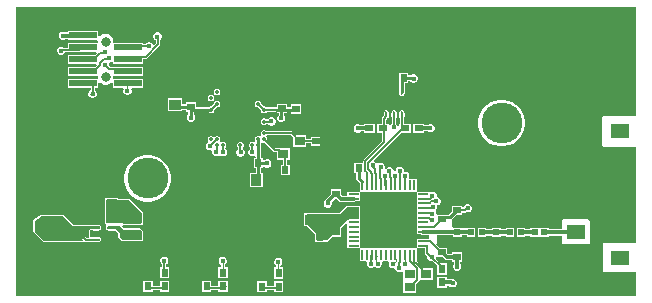
<source format=gtl>
G04*
G04 #@! TF.GenerationSoftware,Altium Limited,Altium Designer,22.8.2 (66)*
G04*
G04 Layer_Physical_Order=1*
G04 Layer_Color=255*
%FSLAX44Y44*%
%MOMM*%
G71*
G04*
G04 #@! TF.SameCoordinates,468F8AB8-D0D1-42F9-A28A-8A06B6F8ABAF*
G04*
G04*
G04 #@! TF.FilePolarity,Positive*
G04*
G01*
G75*
%ADD14C,0.1270*%
%ADD15C,0.1524*%
%ADD17R,0.9000X1.0000*%
%ADD18R,0.6000X0.6400*%
%ADD19C,0.3500*%
%ADD20R,1.0000X0.9000*%
%ADD21R,0.9000X0.8000*%
%ADD22R,0.6400X0.6000*%
%ADD23R,0.5500X0.5400*%
%ADD24R,0.5400X0.5500*%
%ADD25R,0.4800X0.5400*%
%ADD26R,0.6000X0.7500*%
%ADD27R,0.7500X0.6000*%
G04:AMPARAMS|DCode=28|XSize=0.5mm|YSize=0.25mm|CornerRadius=0.125mm|HoleSize=0mm|Usage=FLASHONLY|Rotation=270.000|XOffset=0mm|YOffset=0mm|HoleType=Round|Shape=RoundedRectangle|*
%AMROUNDEDRECTD28*
21,1,0.5000,0.0000,0,0,270.0*
21,1,0.2500,0.2500,0,0,270.0*
1,1,0.2500,0.0000,-0.1250*
1,1,0.2500,0.0000,0.1250*
1,1,0.2500,0.0000,0.1250*
1,1,0.2500,0.0000,-0.1250*
%
%ADD28ROUNDEDRECTD28*%
%ADD29R,1.5000X1.2000*%
%ADD31R,0.8600X0.2200*%
%ADD32R,0.2200X0.8600*%
G04:AMPARAMS|DCode=33|XSize=0.6mm|YSize=0.25mm|CornerRadius=0.05mm|HoleSize=0mm|Usage=FLASHONLY|Rotation=0.000|XOffset=0mm|YOffset=0mm|HoleType=Round|Shape=RoundedRectangle|*
%AMROUNDEDRECTD33*
21,1,0.6000,0.1500,0,0,0.0*
21,1,0.5000,0.2500,0,0,0.0*
1,1,0.1000,0.2500,-0.0750*
1,1,0.1000,-0.2500,-0.0750*
1,1,0.1000,-0.2500,0.0750*
1,1,0.1000,0.2500,0.0750*
%
%ADD33ROUNDEDRECTD33*%
%ADD34R,1.6000X0.6500*%
%ADD35R,2.4000X0.5600*%
%ADD46R,1.3500X0.6500*%
%ADD47R,4.4500X4.4500*%
%ADD49C,1.5240*%
%ADD52C,0.5000*%
%ADD53C,0.3534*%
%ADD54C,0.2032*%
%ADD55C,0.2540*%
%ADD56C,0.3048*%
%ADD57C,0.1016*%
%ADD58C,3.4544*%
%ADD59C,0.8128*%
%ADD60C,0.4500*%
G36*
X782821Y407246D02*
X755142D01*
X754364Y406924D01*
X754042Y406146D01*
Y382016D01*
X754364Y381238D01*
X755142Y380916D01*
X782821D01*
Y299550D01*
X755904D01*
X755126Y299228D01*
X754804Y298450D01*
Y275844D01*
X755126Y275066D01*
X755904Y274744D01*
X782821D01*
Y254769D01*
X257309D01*
Y499611D01*
X782821D01*
Y407246D01*
D02*
G37*
%LPC*%
G36*
X327468Y479050D02*
X301436D01*
Y477697D01*
X299695D01*
X299428Y477964D01*
X298134Y478500D01*
X296734D01*
X295440Y477964D01*
X294450Y476974D01*
X293914Y475680D01*
Y474280D01*
X294450Y472986D01*
X295440Y471996D01*
X296734Y471460D01*
X298134D01*
X299428Y471996D01*
X299949Y472517D01*
X301436D01*
Y471418D01*
X326447D01*
X326938Y470778D01*
Y469050D01*
X326815Y468890D01*
X301436D01*
Y464592D01*
X298576D01*
X297904Y465264D01*
X296610Y465800D01*
X295210D01*
X293916Y465264D01*
X292926Y464274D01*
X292390Y462980D01*
Y461580D01*
X292926Y460286D01*
X293916Y459296D01*
X295210Y458760D01*
X296610D01*
X297904Y459296D01*
X298894Y460286D01*
X299283Y461226D01*
X311017D01*
X311180Y461258D01*
X325819D01*
X326345Y459988D01*
X325087Y458730D01*
X301436D01*
Y451098D01*
X325819D01*
X326345Y449828D01*
X325087Y448570D01*
X301436D01*
Y440938D01*
X326815D01*
X326938Y440778D01*
Y439050D01*
X326447Y438410D01*
X301436D01*
Y430778D01*
X320897D01*
Y428817D01*
X320586Y428688D01*
X319596Y427698D01*
X319060Y426404D01*
Y425004D01*
X319596Y423710D01*
X320586Y422720D01*
X321880Y422184D01*
X323280D01*
X324574Y422720D01*
X325564Y423710D01*
X326100Y425004D01*
Y426404D01*
X325564Y427698D01*
X324574Y428688D01*
X324263Y428817D01*
Y430778D01*
X327468D01*
Y434869D01*
X328738Y435395D01*
X329472Y434661D01*
X330968Y433797D01*
X332638Y433350D01*
X334366D01*
X336036Y433797D01*
X337532Y434661D01*
X338266Y435395D01*
X339536Y434869D01*
Y430778D01*
X347941D01*
X348758Y429508D01*
X348524Y428944D01*
Y427544D01*
X349060Y426250D01*
X350050Y425260D01*
X351344Y424724D01*
X352744D01*
X354038Y425260D01*
X355028Y426250D01*
X355564Y427544D01*
Y428944D01*
X355330Y429508D01*
X356147Y430778D01*
X365568D01*
Y438410D01*
X340557D01*
X340066Y439050D01*
Y440778D01*
X340189Y440938D01*
X365568D01*
Y448570D01*
X350550D01*
X350387Y448602D01*
X337817D01*
X336768Y449388D01*
Y450788D01*
X336727Y450886D01*
X336742Y452156D01*
X337365Y452414D01*
X338036Y452692D01*
X338266Y452922D01*
X339536Y452396D01*
Y451098D01*
X365568D01*
Y455396D01*
X367360D01*
X368004Y455524D01*
X368550Y455889D01*
X379142Y466481D01*
X379507Y467027D01*
X379635Y467671D01*
Y471450D01*
X380428Y472243D01*
X380964Y473537D01*
Y474937D01*
X380428Y476231D01*
X379438Y477221D01*
X378144Y477757D01*
X376744D01*
X375450Y477221D01*
X374460Y476231D01*
X373924Y474937D01*
Y473537D01*
X374460Y472243D01*
X375450Y471253D01*
X376269Y470914D01*
Y468368D01*
X375022Y467121D01*
X373524Y467419D01*
X373316Y467921D01*
X372326Y468911D01*
X371032Y469447D01*
X369632D01*
X368338Y468911D01*
X367348Y467921D01*
X367219Y467610D01*
X365568D01*
Y468890D01*
X340189D01*
X340066Y469050D01*
Y470778D01*
X339619Y472448D01*
X338755Y473944D01*
X337532Y475167D01*
X336036Y476031D01*
X334366Y476478D01*
X332638D01*
X330968Y476031D01*
X329472Y475167D01*
X328738Y474433D01*
X327468Y474959D01*
Y479050D01*
D02*
G37*
G36*
X589848Y443580D02*
X581816D01*
Y435148D01*
X582039D01*
Y427430D01*
X582019Y427330D01*
X582040Y427228D01*
Y426080D01*
X582215Y425196D01*
X582716Y424446D01*
X583466Y423946D01*
X584350Y423770D01*
X585234Y423946D01*
X585984Y424446D01*
X586484Y425196D01*
X586660Y426080D01*
Y427147D01*
X586701Y427350D01*
Y435148D01*
X589848D01*
Y436680D01*
X591369D01*
X591376Y436664D01*
X592366Y435674D01*
X593660Y435138D01*
X595060D01*
X596354Y435674D01*
X597344Y436664D01*
X597880Y437958D01*
Y439358D01*
X597344Y440652D01*
X596354Y441642D01*
X595060Y442178D01*
X593660D01*
X592366Y441642D01*
X592066Y441342D01*
X589848D01*
Y443580D01*
D02*
G37*
G36*
X428323Y430032D02*
X427222D01*
X426206Y429611D01*
X425428Y428833D01*
X425006Y427816D01*
Y426716D01*
X425428Y425699D01*
X426206Y424921D01*
X427222Y424500D01*
X428323D01*
X429339Y424921D01*
X430117Y425699D01*
X430538Y426716D01*
Y427816D01*
X430117Y428833D01*
X429339Y429611D01*
X428323Y430032D01*
D02*
G37*
G36*
X423323Y425032D02*
X422222D01*
X421206Y424611D01*
X420428Y423833D01*
X420006Y422816D01*
Y421716D01*
X420428Y420699D01*
X421206Y419921D01*
X422222Y419500D01*
X423323D01*
X424339Y419921D01*
X425117Y420699D01*
X425538Y421716D01*
Y422816D01*
X425117Y423833D01*
X424339Y424611D01*
X423323Y425032D01*
D02*
G37*
G36*
X398192Y421930D02*
X386160D01*
Y410898D01*
X398192D01*
Y412369D01*
X401930D01*
Y410684D01*
X403688D01*
Y408412D01*
X402908Y407632D01*
X402372Y406338D01*
Y404938D01*
X402908Y403644D01*
X403898Y402654D01*
X405192Y402118D01*
X406592D01*
X407886Y402654D01*
X408876Y403644D01*
X409412Y404938D01*
Y406338D01*
X408876Y407632D01*
X408350Y408158D01*
Y409582D01*
X408780Y409935D01*
X421192D01*
X421206Y409921D01*
X422222Y409500D01*
X423323D01*
X424339Y409921D01*
X425117Y410699D01*
X425538Y411716D01*
Y412468D01*
X427570Y414500D01*
X428323D01*
X429339Y414921D01*
X430117Y415699D01*
X430538Y416716D01*
Y417816D01*
X430117Y418833D01*
X429339Y419611D01*
X428323Y420032D01*
X427222D01*
X426206Y419611D01*
X425428Y418833D01*
X425006Y417816D01*
Y417064D01*
X422975Y415032D01*
X422222D01*
X421206Y414611D01*
X421192Y414597D01*
X410362D01*
Y418716D01*
X401930D01*
Y417031D01*
X398192D01*
Y421930D01*
D02*
G37*
G36*
X463323Y420032D02*
X462222D01*
X461206Y419611D01*
X460428Y418833D01*
X460006Y417816D01*
Y416716D01*
X460428Y415699D01*
X461206Y414921D01*
X462222Y414500D01*
X462975D01*
X465006Y412468D01*
Y411716D01*
X465428Y410699D01*
X466206Y409921D01*
X467222Y409500D01*
X468323D01*
X469339Y409921D01*
X470055Y410637D01*
X476198D01*
X476708Y410296D01*
X477600Y410119D01*
X478384D01*
Y409414D01*
X480108D01*
X480128Y408144D01*
X479362Y407378D01*
X478826Y406084D01*
Y404684D01*
X479362Y403390D01*
X480352Y402400D01*
X481646Y401864D01*
X483046D01*
X484340Y402400D01*
X485330Y403390D01*
X485866Y404684D01*
Y406084D01*
X485330Y407378D01*
X484804Y407904D01*
Y409414D01*
X486816D01*
Y410119D01*
X490576D01*
Y409070D01*
X499008D01*
Y417102D01*
X490576D01*
Y414781D01*
X486816D01*
Y417446D01*
X478384D01*
Y414781D01*
X477600D01*
X476708Y414603D01*
X476198Y414263D01*
X469688D01*
X469339Y414611D01*
X468323Y415032D01*
X467570D01*
X465538Y417064D01*
Y417816D01*
X465117Y418833D01*
X464339Y419611D01*
X463323Y420032D01*
D02*
G37*
G36*
X474664Y405856D02*
X473264D01*
X471970Y405320D01*
X470980Y404330D01*
X469663Y404287D01*
X469339Y404611D01*
X468323Y405032D01*
X467222D01*
X466206Y404611D01*
X465428Y403833D01*
X465006Y402816D01*
Y401716D01*
X465428Y400699D01*
X466206Y399921D01*
X467222Y399500D01*
X468323D01*
X469339Y399921D01*
X469692Y400274D01*
X470980Y400342D01*
X471970Y399352D01*
X473264Y398816D01*
X474664D01*
X475958Y399352D01*
X476948Y400342D01*
X477484Y401636D01*
Y403036D01*
X476948Y404330D01*
X475958Y405320D01*
X474664Y405856D01*
D02*
G37*
G36*
X561626Y400510D02*
X552094D01*
Y399084D01*
X549504D01*
X549110Y399478D01*
X547816Y400014D01*
X546416D01*
X545122Y399478D01*
X544132Y398488D01*
X543596Y397194D01*
Y395794D01*
X544132Y394500D01*
X545122Y393510D01*
X546416Y392974D01*
X547816D01*
X549110Y393510D01*
X549504Y393904D01*
X552094D01*
Y392478D01*
X561626D01*
Y400510D01*
D02*
G37*
G36*
X584350Y411890D02*
X583466Y411715D01*
X582716Y411214D01*
X582215Y410464D01*
X582040Y409580D01*
Y407080D01*
X582215Y406196D01*
X582667Y405521D01*
Y400510D01*
X582320D01*
Y398116D01*
X581116Y397956D01*
X580580Y399250D01*
X579590Y400240D01*
X579406Y400316D01*
Y405395D01*
X579484Y405446D01*
X579985Y406196D01*
X580160Y407080D01*
Y409580D01*
X579985Y410464D01*
X579484Y411214D01*
X578734Y411715D01*
X577850Y411890D01*
X576966Y411715D01*
X576216Y411214D01*
X575715Y410464D01*
X575540Y409580D01*
Y407080D01*
X575715Y406196D01*
X576040Y405711D01*
Y400421D01*
X575602Y400240D01*
X574612Y399250D01*
X574396Y398729D01*
X573126Y398981D01*
Y400510D01*
X570643D01*
Y403993D01*
X571438Y404787D01*
X572234Y404945D01*
X572984Y405446D01*
X573484Y406196D01*
X573660Y407080D01*
Y409580D01*
X573484Y410464D01*
X572984Y411214D01*
X572234Y411715D01*
X571350Y411890D01*
X570466Y411715D01*
X569716Y411214D01*
X569216Y410464D01*
X569040Y409580D01*
Y407150D01*
X567770Y405880D01*
X567405Y405334D01*
X567277Y404690D01*
Y400510D01*
X563594D01*
Y392478D01*
X567277D01*
Y385253D01*
X552299Y370275D01*
X551934Y369729D01*
X551806Y369085D01*
Y367436D01*
X543944D01*
Y359004D01*
X545629D01*
Y354090D01*
X545807Y353198D01*
X546312Y352442D01*
X548814Y349940D01*
Y344180D01*
X548814Y343026D01*
X547660Y343026D01*
X538264D01*
Y339500D01*
X533723D01*
X532536Y340686D01*
Y345056D01*
X524104D01*
Y340686D01*
X520067Y336650D01*
X519506Y335810D01*
X519495Y335755D01*
X518637Y334897D01*
X518101Y333603D01*
Y332203D01*
X518637Y330909D01*
X519627Y329919D01*
X520921Y329383D01*
X522321D01*
X523615Y329919D01*
X524605Y330909D01*
X525141Y332203D01*
Y333603D01*
X524908Y334165D01*
X527766Y337024D01*
X528873D01*
X530819Y335079D01*
X531659Y334517D01*
X532650Y334320D01*
X543580D01*
X544571Y334517D01*
X544985Y334794D01*
X548896D01*
Y341790D01*
X548896Y342944D01*
X550050Y342944D01*
X595810D01*
X596964Y342944D01*
X596964Y341790D01*
Y330794D01*
Y318794D01*
Y306794D01*
X600437D01*
X601194Y306288D01*
X602280Y306072D01*
X607483D01*
X607484Y306070D01*
Y303026D01*
X596964D01*
Y296030D01*
X596964Y294876D01*
X595810Y294876D01*
X550050D01*
X548896Y294876D01*
X548896Y296030D01*
Y310794D01*
Y319843D01*
X548978Y320040D01*
Y329946D01*
X548896Y330143D01*
Y331026D01*
X547926D01*
X547878Y331046D01*
X537718D01*
X536940Y330724D01*
X531166Y324950D01*
X504444D01*
X504068Y324794D01*
X501222D01*
Y313762D01*
X504341D01*
X510710Y307393D01*
Y301752D01*
X510924Y301236D01*
Y300584D01*
X518956D01*
Y300652D01*
X520954D01*
X521732Y300974D01*
X525351Y304594D01*
X532536D01*
Y305368D01*
X532722Y305816D01*
Y311710D01*
X537091Y316079D01*
X538264Y315593D01*
Y306794D01*
Y294794D01*
X547660D01*
X548814Y294794D01*
X548814Y293640D01*
Y284244D01*
X554062D01*
X554910Y282974D01*
X554772Y282640D01*
Y281240D01*
X555308Y279946D01*
X556298Y278956D01*
X557592Y278420D01*
X558992D01*
X560286Y278956D01*
X561210Y279880D01*
X562068Y279023D01*
X563361Y278487D01*
X564762D01*
X566055Y279023D01*
X567046Y280013D01*
X567582Y281307D01*
Y282707D01*
X567471Y282974D01*
X568320Y284244D01*
X573009D01*
X573663Y282974D01*
X573314Y282132D01*
Y280732D01*
X573850Y279438D01*
X574840Y278448D01*
X576134Y277912D01*
X577534D01*
X578673Y277009D01*
X578930Y276390D01*
X579920Y275400D01*
X581214Y274864D01*
X582614D01*
X583908Y275400D01*
X584130Y275622D01*
X585400Y275096D01*
Y267946D01*
X585400Y267946D01*
Y266978D01*
X585400D01*
X585400Y266676D01*
Y256946D01*
X596432D01*
Y264851D01*
X598511Y266931D01*
X598571Y267020D01*
X599400Y267946D01*
X610432D01*
Y277978D01*
X602860D01*
X602860Y277979D01*
X602495Y278525D01*
X600934Y280087D01*
X600797Y280291D01*
X598491Y282597D01*
X598287Y282734D01*
X597730Y283290D01*
X597046Y284244D01*
X597046D01*
X597046Y284244D01*
Y293640D01*
X597046Y294794D01*
X598200Y294794D01*
X604262D01*
Y290825D01*
X604390Y290181D01*
X604755Y289635D01*
X606104Y288286D01*
X606080Y288228D01*
Y286828D01*
X606616Y285534D01*
X607606Y284544D01*
X608900Y284008D01*
X610300D01*
X610358Y284032D01*
X614474Y279915D01*
Y272764D01*
X622506D01*
Y282296D01*
X616855D01*
X613125Y286026D01*
X613178Y286227D01*
X613632Y287338D01*
X614415Y287494D01*
X614415Y287494D01*
X619044D01*
X620669Y285869D01*
X621509Y285307D01*
X622500Y285110D01*
X626974D01*
Y283684D01*
X628600D01*
Y281788D01*
X628206Y281394D01*
X627670Y280100D01*
Y278700D01*
X628206Y277406D01*
X629196Y276416D01*
X630490Y275880D01*
X631890D01*
X633184Y276416D01*
X634174Y277406D01*
X634710Y278700D01*
Y280100D01*
X634174Y281394D01*
X633780Y281788D01*
Y283684D01*
X635406D01*
Y291716D01*
X626974D01*
Y290290D01*
X623573D01*
X622706Y291157D01*
Y295526D01*
X616706D01*
X616506Y295566D01*
X616506Y295566D01*
X616333D01*
X613560Y298339D01*
X613680Y298942D01*
X614002Y299720D01*
Y306070D01*
X614003Y306072D01*
X627474D01*
Y304844D01*
X634906D01*
Y306072D01*
X639884D01*
Y304894D01*
X646716D01*
Y312326D01*
X639884D01*
Y311748D01*
X634906D01*
Y312376D01*
X628129D01*
X627474Y312376D01*
X626956Y313431D01*
Y318516D01*
X626634Y319294D01*
X627401Y320185D01*
X630270Y323054D01*
X635406D01*
Y324998D01*
X637552D01*
X637552Y324998D01*
X638345Y325156D01*
X638976Y325577D01*
X639380Y325410D01*
X640780D01*
X642074Y325946D01*
X643064Y326936D01*
X643600Y328230D01*
Y329630D01*
X643064Y330924D01*
X642074Y331914D01*
X640780Y332450D01*
X639380D01*
X638086Y331914D01*
X637096Y330924D01*
X636676Y329910D01*
X635406Y330163D01*
Y331086D01*
X626974D01*
Y326350D01*
X624134Y323511D01*
X620220D01*
X619995Y323466D01*
X614801D01*
X614237Y323524D01*
X613628Y324468D01*
Y324986D01*
X613092Y326280D01*
X613224Y327929D01*
X613351Y328056D01*
X613887Y329350D01*
Y330750D01*
X614253Y331299D01*
X614315D01*
X615609Y331835D01*
X616599Y332825D01*
X617135Y334119D01*
Y335519D01*
X616599Y336813D01*
X615609Y337803D01*
X614315Y338339D01*
X614084D01*
X613771Y338807D01*
Y340207D01*
X613236Y341501D01*
X612245Y342491D01*
X610952Y343027D01*
X609551D01*
X608866Y342743D01*
X607596Y343026D01*
Y343026D01*
X607596Y343026D01*
X598200D01*
X597046Y343026D01*
X597046Y344180D01*
Y353576D01*
X590936D01*
X590267Y354846D01*
X590605Y355662D01*
Y357062D01*
X590069Y358356D01*
X589079Y359346D01*
X587785Y359882D01*
X586385D01*
X586066Y361055D01*
Y361278D01*
X585531Y362572D01*
X584540Y363562D01*
X583247Y364098D01*
X581846D01*
X580553Y363562D01*
X579562Y362572D01*
X579026Y361278D01*
Y360479D01*
X578407Y360277D01*
X577306Y360872D01*
X576770Y362166D01*
X575780Y363156D01*
X574486Y363692D01*
X573086D01*
X571792Y363156D01*
X571054Y362418D01*
X570802Y362166D01*
X569704Y362728D01*
X569889Y363173D01*
Y364573D01*
X569353Y365867D01*
X568363Y366857D01*
X567069Y367393D01*
X565669D01*
X564375Y366857D01*
X564208Y366690D01*
X562963Y366938D01*
X562914Y367055D01*
X561924Y368045D01*
X561051Y368407D01*
X560603Y369755D01*
X583327Y392478D01*
X591852D01*
Y400510D01*
X586033D01*
Y405521D01*
X586484Y406196D01*
X586660Y407080D01*
Y409580D01*
X586484Y410464D01*
X585984Y411214D01*
X585234Y411715D01*
X584350Y411890D01*
D02*
G37*
G36*
X603352Y400510D02*
X593820D01*
Y392478D01*
X603352D01*
Y394031D01*
X606323D01*
X606590Y393764D01*
X607884Y393228D01*
X609284D01*
X610578Y393764D01*
X611568Y394754D01*
X612104Y396048D01*
Y397448D01*
X611568Y398742D01*
X610578Y399732D01*
X609284Y400268D01*
X607884D01*
X606590Y399732D01*
X606069Y399211D01*
X603352D01*
Y400510D01*
D02*
G37*
G36*
X428323Y390032D02*
X427222D01*
X426206Y389611D01*
X426102Y389507D01*
X425272Y388939D01*
X424443Y389507D01*
X424339Y389611D01*
X423323Y390032D01*
X422222D01*
X421206Y389611D01*
X420428Y388833D01*
X420006Y387816D01*
Y386716D01*
X420291Y386029D01*
X419982Y384526D01*
X419900Y384492D01*
X418910Y383502D01*
X418374Y382208D01*
Y380808D01*
X418910Y379514D01*
X419900Y378524D01*
X421194Y377988D01*
X422594D01*
X422742Y378049D01*
X423754Y377174D01*
Y375774D01*
X424290Y374480D01*
X425280Y373490D01*
X426574Y372954D01*
X427974D01*
X429268Y373490D01*
X430139Y374361D01*
X431050Y373450D01*
X432344Y372914D01*
X433744D01*
X435038Y373450D01*
X436028Y374440D01*
X436564Y375734D01*
Y377134D01*
X436028Y378428D01*
X435038Y379418D01*
X435116Y380673D01*
X435139Y380751D01*
X435538Y381716D01*
Y382816D01*
X435117Y383833D01*
X434339Y384611D01*
X433323Y385032D01*
X432222D01*
X431206Y384611D01*
X431102Y384507D01*
X430953Y384406D01*
X430768Y384450D01*
X430320Y385131D01*
X430170Y385827D01*
X430538Y386716D01*
Y387816D01*
X430117Y388833D01*
X429339Y389611D01*
X428323Y390032D01*
D02*
G37*
G36*
X468323Y395032D02*
X467222D01*
X466206Y394611D01*
X465428Y393833D01*
X465006Y392816D01*
Y391716D01*
X465428Y390699D01*
X465531Y390596D01*
X465633Y390447D01*
X465589Y390262D01*
X464907Y389813D01*
X464212Y389664D01*
X463323Y390032D01*
X462222D01*
X461206Y389611D01*
X460428Y388833D01*
X460006Y387816D01*
Y386716D01*
X460254Y386118D01*
X459671Y384959D01*
X459524Y384815D01*
X459172Y384680D01*
X458323Y385032D01*
X457222D01*
X456206Y384611D01*
X455428Y383833D01*
X455006Y382816D01*
Y381716D01*
X455428Y380699D01*
X455450Y380677D01*
X455714Y379412D01*
X454724Y378422D01*
X454188Y377128D01*
Y375728D01*
X454724Y374434D01*
X455714Y373444D01*
X457008Y372908D01*
X458408D01*
X459220Y373245D01*
X460490Y372573D01*
Y371246D01*
X458854D01*
Y362814D01*
X460539D01*
Y359076D01*
X455640D01*
Y347044D01*
X466672D01*
Y359076D01*
X465201D01*
Y362814D01*
X466886D01*
Y363524D01*
X468156Y364050D01*
X468414Y363792D01*
X469708Y363256D01*
X471108D01*
X472402Y363792D01*
X473392Y364782D01*
X473928Y366076D01*
Y367476D01*
X473392Y368770D01*
X472402Y369760D01*
X471108Y370296D01*
X469708D01*
X468414Y369760D01*
X468156Y369502D01*
X466886Y369881D01*
Y371246D01*
X465152D01*
Y380783D01*
X465538Y381716D01*
Y382816D01*
X465291Y383414D01*
X465874Y384572D01*
X466021Y384717D01*
X466373Y384852D01*
X467222Y384500D01*
X468158D01*
X475403Y377255D01*
X475949Y376890D01*
X476594Y376762D01*
X478354D01*
Y370064D01*
X484137D01*
Y365658D01*
X481804D01*
Y357226D01*
X489836D01*
Y365658D01*
X487503D01*
Y370064D01*
X489386D01*
Y380096D01*
X480238D01*
X480075Y380128D01*
X477291D01*
X470538Y386881D01*
Y387816D01*
X470117Y388833D01*
X470014Y388936D01*
X469636Y389488D01*
X470300Y390583D01*
X490487D01*
X492354Y388715D01*
Y381064D01*
X503386D01*
Y384397D01*
X507086D01*
Y381384D01*
X515518D01*
Y389416D01*
X507086D01*
Y387763D01*
X503386D01*
Y391096D01*
X494735D01*
X492374Y393456D01*
X491828Y393821D01*
X491184Y393949D01*
X470001D01*
X469339Y394611D01*
X468323Y395032D01*
D02*
G37*
G36*
X670729Y420838D02*
X666835D01*
X663015Y420078D01*
X659417Y418588D01*
X656178Y416424D01*
X653424Y413670D01*
X651260Y410432D01*
X649770Y406833D01*
X649010Y403013D01*
Y399119D01*
X649770Y395299D01*
X651260Y391701D01*
X653424Y388462D01*
X656178Y385708D01*
X659417Y383544D01*
X663015Y382054D01*
X666835Y381294D01*
X670729D01*
X674549Y382054D01*
X678148Y383544D01*
X681386Y385708D01*
X684140Y388462D01*
X686304Y391701D01*
X687794Y395299D01*
X688554Y399119D01*
Y403013D01*
X687794Y406833D01*
X686304Y410432D01*
X684140Y413670D01*
X681386Y416424D01*
X678148Y418588D01*
X674549Y420078D01*
X670729Y420838D01*
D02*
G37*
G36*
X448323Y385032D02*
X447222D01*
X446206Y384611D01*
X445428Y383833D01*
X445006Y382816D01*
Y381716D01*
X445428Y380699D01*
X445673Y380454D01*
X445808Y379158D01*
X444818Y378168D01*
X444282Y376874D01*
Y375474D01*
X444818Y374180D01*
X445808Y373190D01*
X447102Y372654D01*
X448502D01*
X449796Y373190D01*
X450786Y374180D01*
X451322Y375474D01*
Y376874D01*
X450786Y378168D01*
X449796Y379158D01*
X449884Y380466D01*
X450117Y380699D01*
X450538Y381716D01*
Y382816D01*
X450117Y383833D01*
X449339Y384611D01*
X448323Y385032D01*
D02*
G37*
G36*
X371009Y373848D02*
X367115D01*
X363295Y373088D01*
X359697Y371598D01*
X356458Y369434D01*
X353704Y366680D01*
X351540Y363442D01*
X350050Y359843D01*
X349290Y356023D01*
Y352129D01*
X350050Y348309D01*
X351540Y344711D01*
X353704Y341472D01*
X356458Y338718D01*
X359697Y336554D01*
X363295Y335064D01*
X367115Y334304D01*
X371009D01*
X374829Y335064D01*
X378428Y336554D01*
X381666Y338718D01*
X384420Y341472D01*
X386584Y344711D01*
X388074Y348309D01*
X388834Y352129D01*
Y356023D01*
X388074Y359843D01*
X386584Y363442D01*
X384420Y366680D01*
X381666Y369434D01*
X378428Y371598D01*
X374829Y373088D01*
X371009Y373848D01*
D02*
G37*
G36*
X742188Y319362D02*
X721106D01*
X720328Y319040D01*
X720006Y318262D01*
Y312166D01*
X719526Y311448D01*
X708616D01*
Y312326D01*
X702086D01*
X701084Y312326D01*
X699814Y312326D01*
X693284D01*
Y311448D01*
X688536D01*
Y312326D01*
X681704D01*
Y304894D01*
X688536D01*
Y305772D01*
X693284D01*
Y304894D01*
X699814D01*
X700816Y304894D01*
X702086Y304894D01*
X708616D01*
Y305772D01*
X719696D01*
X720006Y305308D01*
Y299720D01*
X720328Y298942D01*
X721106Y298620D01*
X742188D01*
X742966Y298942D01*
X743288Y299720D01*
Y318262D01*
X742966Y319040D01*
X742188Y319362D01*
D02*
G37*
G36*
X679736Y312326D02*
X672904D01*
Y311448D01*
X667926D01*
Y312286D01*
X660494D01*
Y311448D01*
X655516D01*
Y312326D01*
X648684D01*
Y304894D01*
X655516D01*
Y305772D01*
X660494D01*
Y304754D01*
X667926D01*
Y305772D01*
X672904D01*
Y304894D01*
X679736D01*
Y312326D01*
D02*
G37*
G36*
X297688Y323426D02*
X279618Y323426D01*
X279332Y323307D01*
X279027Y323254D01*
X272968Y319398D01*
X272896Y319295D01*
X272780Y319247D01*
X272662Y318962D01*
X272484Y318708D01*
X272506Y318585D01*
X272458Y318470D01*
Y309118D01*
X272780Y308340D01*
X280908Y300212D01*
X281686Y299890D01*
X313931Y299890D01*
X314133Y299974D01*
X314352D01*
X314507Y300129D01*
X314709Y300212D01*
X314725Y300252D01*
X314745Y300275D01*
X315624Y300723D01*
X316074Y300825D01*
X316718Y300697D01*
X321724D01*
X321818Y300470D01*
X322978Y299989D01*
X327978D01*
X329138Y300470D01*
X329619Y301630D01*
Y303130D01*
X329138Y304290D01*
X327978Y304771D01*
X322978D01*
X321818Y304290D01*
X320632Y304746D01*
Y309932D01*
X320750Y310050D01*
X322830D01*
X322978Y309989D01*
X327978D01*
X328126Y310050D01*
X328168D01*
X328946Y310372D01*
X328975Y310402D01*
X329138Y310470D01*
X329619Y311630D01*
Y313130D01*
X329522Y313365D01*
Y313690D01*
X329200Y314468D01*
X328422Y314790D01*
X306779D01*
X305868Y315702D01*
X305539Y315837D01*
X305404Y316166D01*
X298466Y323104D01*
X297688Y323426D01*
D02*
G37*
G36*
X572930Y320723D02*
X572236Y320585D01*
X571648Y320192D01*
X571255Y319604D01*
X571117Y318910D01*
X571255Y318216D01*
X571648Y317628D01*
X585648Y303628D01*
X586236Y303235D01*
X586930Y303097D01*
X587624Y303235D01*
X588212Y303628D01*
X588605Y304216D01*
X588743Y304910D01*
X588605Y305604D01*
X588212Y306192D01*
X574212Y320192D01*
X573624Y320585D01*
X572930Y320723D01*
D02*
G37*
G36*
X344244Y337232D02*
X333212D01*
Y335649D01*
X333164Y335534D01*
Y316230D01*
X333486Y315452D01*
X333728Y315352D01*
X334260Y314744D01*
X334253Y313865D01*
X334180Y313690D01*
Y311150D01*
X334502Y310372D01*
X335280Y310050D01*
X335830D01*
X335978Y309989D01*
X340978D01*
X341126Y310050D01*
X341936D01*
X344340Y307647D01*
Y304292D01*
X344662Y303514D01*
X346948Y301228D01*
X347726Y300906D01*
X364236D01*
X365014Y301228D01*
X365086Y301404D01*
X365124D01*
Y301495D01*
X365336Y302006D01*
Y309118D01*
X365124Y309629D01*
Y309936D01*
X364973D01*
X363490Y311420D01*
X362712Y311742D01*
X349451D01*
X347559Y313634D01*
X348085Y314904D01*
X365124D01*
Y315719D01*
X365336Y316230D01*
Y324612D01*
X365014Y325390D01*
X354092Y336312D01*
X353314Y336634D01*
X344244D01*
Y337232D01*
D02*
G37*
G36*
X433516Y287746D02*
X432116D01*
X430822Y287210D01*
X429832Y286220D01*
X429296Y284926D01*
Y283526D01*
X429832Y282232D01*
X430822Y281242D01*
X431166Y281099D01*
Y278994D01*
X429054D01*
Y269462D01*
X437086D01*
Y278994D01*
X434466D01*
Y281099D01*
X434810Y281242D01*
X435800Y282232D01*
X436336Y283526D01*
Y284926D01*
X435800Y286220D01*
X434810Y287210D01*
X433516Y287746D01*
D02*
G37*
G36*
X383986Y288000D02*
X382586D01*
X381292Y287464D01*
X380302Y286474D01*
X379766Y285180D01*
Y283780D01*
X380302Y282486D01*
X381292Y281496D01*
X381603Y281367D01*
Y278994D01*
X379524D01*
Y269462D01*
X387556D01*
Y278994D01*
X384969D01*
Y281367D01*
X385280Y281496D01*
X386270Y282486D01*
X386806Y283780D01*
Y285180D01*
X386270Y286474D01*
X385280Y287464D01*
X383986Y288000D01*
D02*
G37*
G36*
X480506Y286984D02*
X479106D01*
X477812Y286448D01*
X476822Y285458D01*
X476286Y284164D01*
Y282764D01*
X476822Y281470D01*
X477812Y280480D01*
X478156Y280337D01*
Y278740D01*
X476044D01*
Y269208D01*
X484076D01*
Y278740D01*
X481456D01*
Y280337D01*
X481800Y280480D01*
X482790Y281470D01*
X483326Y282764D01*
Y284164D01*
X482790Y285458D01*
X481800Y286448D01*
X480506Y286984D01*
D02*
G37*
G36*
X484076Y267240D02*
X476044D01*
Y262633D01*
X470106D01*
Y267240D01*
X462074D01*
Y257708D01*
X470106D01*
Y259267D01*
X476044D01*
Y257708D01*
X484076D01*
Y267240D01*
D02*
G37*
G36*
X437086Y267494D02*
X429054D01*
Y262633D01*
X423116D01*
Y267494D01*
X415084D01*
Y257962D01*
X423116D01*
Y259267D01*
X429054D01*
Y257962D01*
X437086D01*
Y267494D01*
D02*
G37*
G36*
X387556D02*
X379524D01*
Y262633D01*
X373586D01*
Y267494D01*
X365554D01*
Y257962D01*
X373586D01*
Y259267D01*
X379524D01*
Y257962D01*
X387556D01*
Y267494D01*
D02*
G37*
G36*
X622506Y270796D02*
X614474D01*
Y261264D01*
X622506D01*
Y263440D01*
X624394D01*
X624396Y263436D01*
X625386Y262446D01*
X626680Y261910D01*
X628080D01*
X629374Y262446D01*
X630364Y263436D01*
X630900Y264730D01*
Y266130D01*
X630364Y267424D01*
X629374Y268414D01*
X628080Y268950D01*
X626680D01*
X625883Y268620D01*
X622506D01*
Y270796D01*
D02*
G37*
%LPD*%
G36*
X547878Y320294D02*
Y320040D01*
X539496D01*
X538482Y319026D01*
X538264D01*
Y318808D01*
X531622Y312166D01*
Y305816D01*
X525018D01*
X520954Y301752D01*
X511810D01*
Y307848D01*
X503936Y315722D01*
Y323342D01*
X504444Y323850D01*
X531622D01*
X537718Y329946D01*
X547878D01*
Y320294D01*
D02*
G37*
G36*
X304626Y315388D02*
Y314924D01*
X305090D01*
X306324Y313690D01*
X328422D01*
Y311404D01*
X328168Y311150D01*
X320294D01*
X319532Y310388D01*
Y304292D01*
X319303Y304063D01*
X317415D01*
X313356Y308122D01*
X312810Y308487D01*
X312166Y308615D01*
X311909Y308564D01*
X311794Y308641D01*
X311150Y308769D01*
X310506Y308641D01*
X309960Y308276D01*
X309595Y307730D01*
X309467Y307086D01*
Y306932D01*
X309595Y306288D01*
X309960Y305742D01*
X310506Y305377D01*
X311150Y305249D01*
X311416Y305301D01*
X314457Y302260D01*
X313931Y300990D01*
X281686Y300990D01*
X273558Y309118D01*
Y318470D01*
X279618Y322326D01*
X297688Y322326D01*
X304626Y315388D01*
D02*
G37*
G36*
X353469Y335379D02*
X364081Y324767D01*
X364236Y324393D01*
Y316449D01*
X364145Y316230D01*
X334355D01*
X334264Y316449D01*
Y335534D01*
D01*
X353095D01*
X353469Y335379D01*
D02*
G37*
G36*
X346782Y312856D02*
X348674Y310964D01*
X348996Y310642D01*
X362493D01*
X362867Y310487D01*
X364108Y309246D01*
Y309208D01*
X364236Y308899D01*
Y302225D01*
X364172Y302070D01*
X364017Y302006D01*
X347945D01*
X347571Y302161D01*
X345595Y304137D01*
X345440Y304511D01*
Y307647D01*
Y308102D01*
X342392Y311150D01*
X335499D01*
X335344Y311214D01*
X335280Y311369D01*
Y313685D01*
X335282Y313690D01*
X345948D01*
X346782Y312856D01*
D02*
G37*
D14*
X604670Y273470D02*
X605170D01*
X609242Y287528D02*
X617220Y279550D01*
X351119Y465927D02*
X370332D01*
X334010Y449326D02*
Y450342D01*
X312674Y444246D02*
X323144D01*
X377952Y467671D02*
Y474980D01*
X321310Y425450D02*
X322580Y426720D01*
X311150Y306932D02*
Y307086D01*
X369570Y260950D02*
X381854D01*
X419100D02*
X433070D01*
X466090D02*
X478120D01*
X571246Y406976D02*
Y408432D01*
X568960Y384556D02*
Y404690D01*
X584350Y395882D02*
Y408330D01*
X483870Y375920D02*
X485820Y373970D01*
X497870Y386080D02*
X511982D01*
X555775Y367307D02*
X584350Y395882D01*
X559930Y364187D02*
Y365061D01*
X562057Y358780D02*
Y362060D01*
X559930Y364187D02*
X562057Y362060D01*
X555775Y361759D02*
Y367307D01*
X485820Y361442D02*
Y373970D01*
Y359410D02*
Y361442D01*
X511982Y386080D02*
X513080D01*
X511982D02*
X512572Y386670D01*
X511302Y385400D02*
X511982Y386080D01*
X592179Y283228D02*
X596286Y279121D01*
X592179Y283228D02*
Y283298D01*
X590930Y289560D02*
X591200Y289290D01*
Y284276D02*
X592179Y283298D01*
X591200Y284276D02*
Y289290D01*
X597321Y268121D02*
Y278154D01*
X596354Y279121D02*
X597321Y278154D01*
X596286Y279121D02*
X596354D01*
X601305Y276835D02*
Y277335D01*
X597233Y281407D02*
X597301D01*
X599607Y279101D01*
X594930Y283710D02*
X597233Y281407D01*
X601305Y276835D02*
X604670Y273470D01*
X599607Y279033D02*
Y279101D01*
Y279033D02*
X601305Y277335D01*
X383286Y274482D02*
X383540Y274228D01*
X383286Y274482D02*
Y284480D01*
X478120Y260950D02*
X479552Y262382D01*
X433070Y262728D02*
X434756D01*
X435102Y262382D01*
X381854Y260950D02*
X382270Y261366D01*
X577723Y397383D02*
Y408203D01*
X577596Y397256D02*
X577723Y397383D01*
Y408203D02*
X577850Y408330D01*
X584350D02*
Y408582D01*
X584708Y408940D01*
X555775Y361759D02*
X557902Y359632D01*
X568960Y404690D02*
X571246Y406976D01*
X553489Y369085D02*
X568960Y384556D01*
X553489Y360812D02*
Y369085D01*
Y360812D02*
X554938Y359364D01*
Y348268D02*
Y359364D01*
X557902Y358833D02*
X559116Y357619D01*
Y348446D02*
Y357619D01*
X557902Y358833D02*
Y359632D01*
X581914Y282610D02*
X582659Y283355D01*
X581914Y278384D02*
Y282610D01*
X320415Y434594D02*
X322580Y432429D01*
Y426720D02*
Y432429D01*
X314452Y434594D02*
X320415D01*
X297413Y462909D02*
X311017D01*
X295910Y462280D02*
X296784D01*
X311017Y462909D02*
X313690Y465582D01*
X296784Y462280D02*
X297413Y462909D01*
X427523Y376723D02*
Y382017D01*
X427772Y382266D01*
X432908Y376570D02*
X433044Y376434D01*
X432908Y376570D02*
Y382130D01*
X432772Y382266D02*
X432908Y382130D01*
X427274Y376474D02*
X427523Y376723D01*
X332342Y455058D02*
X335424D01*
X334010Y449326D02*
X336417Y446919D01*
X323144Y444246D02*
X329080Y450182D01*
Y451796D02*
X332342Y455058D01*
X329080Y450182D02*
Y451796D01*
X335424Y455058D02*
X336042Y455676D01*
X558292Y281940D02*
X558611Y282259D01*
Y282767D02*
Y289241D01*
X323906Y455168D02*
X329237Y460499D01*
X332335D01*
X332953Y461117D01*
X314706Y455168D02*
X323906D01*
X351028Y465836D02*
X351119Y465927D01*
X377698Y475234D02*
X377952Y474980D01*
X352552Y454914D02*
X354717Y457079D01*
X367360D01*
X377952Y467671D01*
X350387Y446919D02*
X352552Y444754D01*
X336417Y446919D02*
X350387D01*
X558611Y289241D02*
X558930Y289560D01*
X316718Y302380D02*
X325478D01*
X312166Y306932D02*
X316718Y302380D01*
X605945Y290825D02*
X609242Y287528D01*
X609600D01*
X582659Y283355D02*
Y289035D01*
X582930Y289306D01*
X617220Y278130D02*
Y279550D01*
X602280Y296910D02*
X605480D01*
X605945Y296445D01*
Y290825D02*
Y296445D01*
X607815Y333375D02*
X609259Y334819D01*
X602280Y328910D02*
X608353D01*
X602745Y333375D02*
X607815D01*
X609493Y330050D02*
X610367D01*
X608353Y328910D02*
X609493Y330050D01*
X607305Y320445D02*
X609234Y318516D01*
X610108D01*
X565751Y363255D02*
X566369Y363873D01*
X565751Y361423D02*
Y363255D01*
X565694Y361366D02*
X565751Y361423D01*
X565694Y354233D02*
Y361366D01*
X570465Y348725D02*
Y355338D01*
X573786Y360172D02*
X574004Y359954D01*
Y355094D02*
Y359954D01*
X569849Y355954D02*
X570465Y355338D01*
X574004Y355094D02*
X574930Y354168D01*
X578775Y356108D02*
X578853Y356031D01*
Y348338D02*
Y356031D01*
X586930Y348260D02*
X587007Y348338D01*
Y356284D02*
X587085Y356362D01*
X587007Y348338D02*
Y356284D01*
X610251Y338979D02*
Y339507D01*
X608182Y336910D02*
X610251Y338979D01*
X457740Y382234D02*
X457772Y382266D01*
X457740Y376460D02*
Y382234D01*
X457708Y376428D02*
X457740Y376460D01*
X467807Y402301D02*
X473929D01*
X473964Y402336D01*
X467772Y402266D02*
X467807Y402301D01*
X447787Y376189D02*
X447802Y376174D01*
X447787Y376189D02*
Y382251D01*
X447772Y382266D02*
X447787Y382251D01*
X421954Y381508D02*
X427712Y387266D01*
X421894Y381508D02*
X421954D01*
X427712Y387266D02*
X427772D01*
X582547Y360578D02*
X582930Y360194D01*
Y348260D02*
Y360194D01*
X578853Y348338D02*
X578930Y348260D01*
X574930D02*
Y354168D01*
X566465Y348725D02*
X566930Y348260D01*
X565694Y354233D02*
X566465Y353462D01*
Y348725D02*
Y353462D01*
X570465Y348725D02*
X570930Y348260D01*
X562057Y358780D02*
X562930Y357907D01*
X554930Y348260D02*
X554938Y348268D01*
X562930Y348260D02*
Y357907D01*
X558930Y348260D02*
X559116Y348446D01*
X602280Y336910D02*
X608182D01*
X609259Y334819D02*
X613615D01*
X602280Y332910D02*
X602745Y333375D01*
X610108Y324104D02*
Y324286D01*
X609796Y324598D02*
X610108Y324286D01*
X602592Y324598D02*
X609796D01*
X602280Y324910D02*
X602592Y324598D01*
X602280Y320910D02*
X602745Y320445D01*
X607305D01*
X594930Y283710D02*
Y289560D01*
X591670Y262470D02*
X597321Y268121D01*
X591170Y262470D02*
X591670D01*
X589280Y262890D02*
Y263860D01*
X480075Y378445D02*
X483235Y375285D01*
X467772Y387266D02*
X476594Y378445D01*
X480075D01*
X467772Y392266D02*
X491184D01*
X497370Y386080D01*
X497840D01*
D15*
X467589Y412450D02*
X477600D01*
X422910Y412750D02*
X423256D01*
X462772Y417266D02*
X467589Y412450D01*
X572930Y318910D02*
X586930Y304910D01*
X423256Y412750D02*
X427772Y417266D01*
D17*
X461156Y353060D02*
D03*
X447656D02*
D03*
X325228Y331216D02*
D03*
X338728D02*
D03*
D18*
X585832Y439364D02*
D03*
X577032D02*
D03*
X485820Y361442D02*
D03*
X494620D02*
D03*
X462870Y367030D02*
D03*
X454070D02*
D03*
X547960Y363220D02*
D03*
X539160D02*
D03*
X514940Y304800D02*
D03*
X506140D02*
D03*
D19*
X467772Y387266D02*
D03*
Y392266D02*
D03*
Y397266D02*
D03*
Y402266D02*
D03*
Y407266D02*
D03*
Y412266D02*
D03*
Y417266D02*
D03*
Y422266D02*
D03*
X462772Y382266D02*
D03*
Y387266D02*
D03*
Y392266D02*
D03*
Y402266D02*
D03*
Y407266D02*
D03*
Y412266D02*
D03*
Y417266D02*
D03*
Y422266D02*
D03*
Y427266D02*
D03*
X457772Y382266D02*
D03*
Y387266D02*
D03*
Y427266D02*
D03*
X452772Y382266D02*
D03*
Y427266D02*
D03*
X447772Y382266D02*
D03*
Y387266D02*
D03*
Y427266D02*
D03*
X442772Y382266D02*
D03*
Y387266D02*
D03*
Y427266D02*
D03*
X437772Y382266D02*
D03*
Y427266D02*
D03*
X432772Y382266D02*
D03*
Y387266D02*
D03*
Y427266D02*
D03*
X427772Y382266D02*
D03*
Y387266D02*
D03*
Y392266D02*
D03*
Y402266D02*
D03*
Y407266D02*
D03*
Y412266D02*
D03*
Y417266D02*
D03*
Y422266D02*
D03*
Y427266D02*
D03*
X422772Y387266D02*
D03*
Y392266D02*
D03*
Y397266D02*
D03*
Y402266D02*
D03*
Y407266D02*
D03*
Y412266D02*
D03*
Y417266D02*
D03*
Y422266D02*
D03*
D20*
X392176Y416414D02*
D03*
Y429914D02*
D03*
X310642Y320440D02*
D03*
Y306940D02*
D03*
X507238Y332778D02*
D03*
Y319278D02*
D03*
D21*
X483870Y386080D02*
D03*
X497870D02*
D03*
Y375080D02*
D03*
X483870D02*
D03*
X590916Y272962D02*
D03*
X604916D02*
D03*
Y261962D02*
D03*
X590916D02*
D03*
D22*
X511302Y385400D02*
D03*
Y376600D02*
D03*
X631190Y335870D02*
D03*
Y327070D02*
D03*
X618490Y328250D02*
D03*
Y319450D02*
D03*
X528320Y299810D02*
D03*
Y308610D02*
D03*
X494792Y413086D02*
D03*
Y404286D02*
D03*
X482600Y413430D02*
D03*
Y422230D02*
D03*
X406146Y414700D02*
D03*
Y423500D02*
D03*
X631190Y287700D02*
D03*
Y296500D02*
D03*
X618490Y291510D02*
D03*
Y300310D02*
D03*
X528320Y341040D02*
D03*
Y349840D02*
D03*
Y320720D02*
D03*
Y329520D02*
D03*
D23*
X697050Y308610D02*
D03*
X704850D02*
D03*
D24*
X664210Y316320D02*
D03*
Y308520D02*
D03*
X631190Y316410D02*
D03*
Y308610D02*
D03*
D25*
X685120D02*
D03*
X676320D02*
D03*
X652100D02*
D03*
X643300D02*
D03*
D26*
X480060Y273974D02*
D03*
Y262474D02*
D03*
X369570Y262728D02*
D03*
Y274228D02*
D03*
X419100Y262728D02*
D03*
Y274228D02*
D03*
X383540Y262728D02*
D03*
Y274228D02*
D03*
X466090Y262474D02*
D03*
Y273974D02*
D03*
X433070Y262728D02*
D03*
Y274228D02*
D03*
X618490Y266030D02*
D03*
Y277530D02*
D03*
D27*
X587086Y396494D02*
D03*
X598586D02*
D03*
X568360D02*
D03*
X556860D02*
D03*
D28*
X584350Y408330D02*
D03*
X577850D02*
D03*
X571350D02*
D03*
Y427330D02*
D03*
X577850D02*
D03*
X584350D02*
D03*
D29*
X731520Y287020D02*
D03*
Y309020D02*
D03*
X768820Y287020D02*
D03*
Y394020D02*
D03*
D31*
X543580Y296910D02*
D03*
Y300910D02*
D03*
Y304910D02*
D03*
Y308910D02*
D03*
Y312910D02*
D03*
Y316910D02*
D03*
Y320910D02*
D03*
Y324910D02*
D03*
Y328910D02*
D03*
Y332910D02*
D03*
Y336910D02*
D03*
Y340910D02*
D03*
X602280D02*
D03*
Y336910D02*
D03*
Y332910D02*
D03*
Y328910D02*
D03*
Y324910D02*
D03*
Y320910D02*
D03*
Y316910D02*
D03*
Y312910D02*
D03*
Y308910D02*
D03*
Y304910D02*
D03*
Y300910D02*
D03*
Y296910D02*
D03*
D32*
X550930Y348260D02*
D03*
X554930D02*
D03*
X558930D02*
D03*
X562930D02*
D03*
X566930D02*
D03*
X570930D02*
D03*
X574930D02*
D03*
X578930D02*
D03*
X582930D02*
D03*
X586930D02*
D03*
X590930D02*
D03*
X594930D02*
D03*
Y289560D02*
D03*
X590930D02*
D03*
X586930D02*
D03*
X582930D02*
D03*
X578930D02*
D03*
X574930D02*
D03*
X570930D02*
D03*
X566930D02*
D03*
X562930D02*
D03*
X558930D02*
D03*
X554930D02*
D03*
X550930D02*
D03*
D33*
X338478Y317380D02*
D03*
Y312380D02*
D03*
Y307380D02*
D03*
Y302380D02*
D03*
X325478D02*
D03*
Y307380D02*
D03*
Y312380D02*
D03*
Y317380D02*
D03*
D34*
X356108Y305670D02*
D03*
Y319170D02*
D03*
D35*
X352552Y475234D02*
D03*
Y465074D02*
D03*
Y454914D02*
D03*
Y444754D02*
D03*
Y434594D02*
D03*
X314452Y475234D02*
D03*
Y465074D02*
D03*
Y454914D02*
D03*
Y444754D02*
D03*
Y434594D02*
D03*
D46*
X577850Y417830D02*
D03*
D47*
X572930Y318910D02*
D03*
D49*
X282702Y314071D02*
D03*
Y441071D02*
D03*
D52*
X573850Y417830D02*
D03*
X581850D02*
D03*
D53*
X732282Y308610D02*
X732536Y308864D01*
X704850Y308610D02*
X732282D01*
X642828Y308910D02*
X643382Y308356D01*
X631190Y308610D02*
X631490Y308910D01*
X642828D01*
X602280D02*
X630890D01*
X631190Y308610D01*
X697050D02*
X697484D01*
X685120D02*
X697050D01*
X676320D02*
X676656D01*
X652100D02*
X676320D01*
D54*
X616506Y293494D02*
X618490Y291510D01*
X615474Y293494D02*
X616506D01*
X608142Y300826D02*
X615474Y293494D01*
X602364Y300826D02*
X608142D01*
X602280Y300910D02*
X602364Y300826D01*
X611750Y312910D02*
X618390Y319550D01*
X602280Y312910D02*
X611750D01*
X631190Y327070D02*
X637552D01*
X630990D02*
X631190D01*
X637552D02*
X639412Y328930D01*
X640080D01*
D55*
X630990Y327070D02*
X631190Y327270D01*
X482600Y412450D02*
X495680D01*
X482473D02*
X482600D01*
X391160Y416306D02*
X392766Y414700D01*
X406400Y414646D02*
Y415036D01*
X625100Y321180D02*
X630990Y327070D01*
X618490Y319450D02*
X620220Y321180D01*
X625100D01*
X631190Y327270D02*
Y328168D01*
X477600Y412450D02*
X482473D01*
Y413303D01*
Y405511D02*
Y412450D01*
Y413303D02*
X482600Y413430D01*
X482346Y405384D02*
X482473Y405511D01*
X462870Y367030D02*
X462997Y366903D01*
X470281D01*
X470408Y366776D01*
X406019Y405765D02*
Y414573D01*
X406146Y414700D01*
X405892Y405638D02*
X406019Y405765D01*
X392766Y414700D02*
X406146D01*
X406400Y414646D02*
X408780Y412266D01*
X422772D01*
X585832Y439364D02*
X586185Y439011D01*
X594007D01*
X594360Y438658D01*
X584350Y427330D02*
X584370Y427350D01*
Y438320D01*
X585470Y439420D01*
X462534Y352806D02*
X462870Y353142D01*
Y367030D01*
X547960Y362912D02*
X548014Y362966D01*
X547960Y354090D02*
X550760Y351290D01*
X547960Y354090D02*
Y362912D01*
X495680Y412450D02*
X496570Y413340D01*
X462821Y367079D02*
Y382217D01*
X462772Y382266D02*
X462821Y382217D01*
Y367079D02*
X462870Y367030D01*
X462772Y382266D02*
Y387266D01*
D56*
X528828Y340732D02*
Y341884D01*
X547116Y396494D02*
X556860D01*
X598713Y396621D02*
X608457D01*
X598586Y396494D02*
X598713Y396621D01*
X608457D02*
X608584Y396748D01*
X626387Y266030D02*
X626987Y265430D01*
X618490Y266030D02*
X626387D01*
X626987Y265430D02*
X627380D01*
X314325Y475107D02*
X314452Y475234D01*
X297561Y475107D02*
X314325D01*
X297434Y474980D02*
X297561Y475107D01*
X521621Y332903D02*
X521899Y333181D01*
Y334819D02*
X528120Y341040D01*
X521899Y333181D02*
Y334819D01*
X528120Y341040D02*
X528320D01*
X528828Y340732D02*
X532650Y336910D01*
X543580D01*
X631190Y279400D02*
Y287700D01*
X618690Y291510D02*
X622500Y287700D01*
X618490Y291510D02*
X618690D01*
X622500Y287700D02*
X631190D01*
D57*
X351028Y434340D02*
X352044Y433324D01*
X479806Y274228D02*
Y283464D01*
Y274228D02*
X480060Y273974D01*
X432816Y274482D02*
X433070Y274228D01*
X432816Y274482D02*
Y284226D01*
X576834Y281432D02*
Y282197D01*
X352044Y428244D02*
Y433324D01*
X562930Y288102D02*
Y289560D01*
Y288102D02*
X563118Y288290D01*
X562930Y284081D02*
Y288102D01*
X586930Y281994D02*
Y289560D01*
X576834Y282197D02*
X579120Y284483D01*
Y285750D01*
D58*
X369062Y354076D02*
D03*
X668782Y401066D02*
D03*
D59*
X333502Y469914D02*
D03*
Y439914D02*
D03*
D60*
X771525Y476250D02*
D03*
X762000Y457200D02*
D03*
X771525Y438150D02*
D03*
X762000Y419100D02*
D03*
X771525Y361950D02*
D03*
X762000Y342900D02*
D03*
X771525Y323850D02*
D03*
X762000Y304800D02*
D03*
Y266700D02*
D03*
X752475Y476250D02*
D03*
X742950Y457200D02*
D03*
X752475Y438150D02*
D03*
X742950Y419100D02*
D03*
Y381000D02*
D03*
X752475Y361950D02*
D03*
X742950Y342900D02*
D03*
X752475Y323850D02*
D03*
X742950Y266700D02*
D03*
X733425Y476250D02*
D03*
X723900Y457200D02*
D03*
X733425Y438150D02*
D03*
X723900Y419100D02*
D03*
X733425Y400050D02*
D03*
X723900Y381000D02*
D03*
X733425Y361950D02*
D03*
X723900Y342900D02*
D03*
X733425Y323850D02*
D03*
X723900Y266700D02*
D03*
X714375Y476250D02*
D03*
X704850Y457200D02*
D03*
X714375Y438150D02*
D03*
X704850Y419100D02*
D03*
X714375Y400050D02*
D03*
X704850Y381000D02*
D03*
X714375Y361950D02*
D03*
X704850Y342900D02*
D03*
X714375Y323850D02*
D03*
Y285750D02*
D03*
X704850Y266700D02*
D03*
X695325Y476250D02*
D03*
X685800Y457200D02*
D03*
X695325Y438150D02*
D03*
X685800Y419100D02*
D03*
X695325Y400050D02*
D03*
X685800Y381000D02*
D03*
X695325Y361950D02*
D03*
X685800Y342900D02*
D03*
X695325Y323850D02*
D03*
Y285750D02*
D03*
X685800Y266700D02*
D03*
X676275Y476250D02*
D03*
X666750Y457200D02*
D03*
X676275Y438150D02*
D03*
Y361950D02*
D03*
X666750Y342900D02*
D03*
X676275Y323850D02*
D03*
Y285750D02*
D03*
X666750Y266700D02*
D03*
X657225Y476250D02*
D03*
X647700Y457200D02*
D03*
X657225Y438150D02*
D03*
X647700Y419100D02*
D03*
Y381000D02*
D03*
X657225Y361950D02*
D03*
X647700Y342900D02*
D03*
X657225Y323850D02*
D03*
Y285750D02*
D03*
X647700Y266700D02*
D03*
X638175Y476250D02*
D03*
X628650Y457200D02*
D03*
X638175Y438150D02*
D03*
X628650Y419100D02*
D03*
X638175Y400050D02*
D03*
X628650Y381000D02*
D03*
X638175Y361950D02*
D03*
X628650Y342900D02*
D03*
X638175Y285750D02*
D03*
X619125Y476250D02*
D03*
X609600Y457200D02*
D03*
X619125Y438150D02*
D03*
X609600Y419100D02*
D03*
X619125Y400050D02*
D03*
X609600Y381000D02*
D03*
X619125Y361950D02*
D03*
X600075Y476250D02*
D03*
X590550Y457200D02*
D03*
Y419100D02*
D03*
Y381000D02*
D03*
X581025Y476250D02*
D03*
X571500Y457200D02*
D03*
X561975Y476250D02*
D03*
X552450Y457200D02*
D03*
X561975Y438150D02*
D03*
X552450Y419100D02*
D03*
X542925Y476250D02*
D03*
X533400Y457200D02*
D03*
X542925Y438150D02*
D03*
X533400Y381000D02*
D03*
X523875Y476250D02*
D03*
X514350Y457200D02*
D03*
X523875Y438150D02*
D03*
Y361950D02*
D03*
X504825Y476250D02*
D03*
Y400050D02*
D03*
Y361950D02*
D03*
X485775Y476250D02*
D03*
Y400050D02*
D03*
Y323850D02*
D03*
X457200Y457200D02*
D03*
X466725Y438150D02*
D03*
X457200Y419100D02*
D03*
Y304800D02*
D03*
Y266700D02*
D03*
X438150Y457200D02*
D03*
X447675Y438150D02*
D03*
X438150Y419100D02*
D03*
X447675Y400050D02*
D03*
Y323850D02*
D03*
X438150Y304800D02*
D03*
X419100Y457200D02*
D03*
X428625Y438150D02*
D03*
X419100Y342900D02*
D03*
X428625Y323850D02*
D03*
X419100Y304800D02*
D03*
X400050Y457200D02*
D03*
X409575Y438150D02*
D03*
Y400050D02*
D03*
Y361950D02*
D03*
X400050Y342900D02*
D03*
X409575Y323850D02*
D03*
X400050Y304800D02*
D03*
X409575Y285750D02*
D03*
X400050Y266700D02*
D03*
X381000Y457200D02*
D03*
X390525Y438150D02*
D03*
X381000Y381000D02*
D03*
X390525Y361950D02*
D03*
Y323850D02*
D03*
X381000Y304800D02*
D03*
X371475Y438150D02*
D03*
Y400050D02*
D03*
X361950Y381000D02*
D03*
X371475Y323850D02*
D03*
Y285750D02*
D03*
X361950Y266700D02*
D03*
X352425Y400050D02*
D03*
X342900Y381000D02*
D03*
Y342900D02*
D03*
X352425Y285750D02*
D03*
X342900Y266700D02*
D03*
X323850Y419100D02*
D03*
X333375Y400050D02*
D03*
X323850Y381000D02*
D03*
X333375Y361950D02*
D03*
X323850Y342900D02*
D03*
X333375Y285750D02*
D03*
X323850Y266700D02*
D03*
X304800Y419100D02*
D03*
X314325Y400050D02*
D03*
X304800Y381000D02*
D03*
X314325Y361950D02*
D03*
X304800Y342900D02*
D03*
X314325Y285750D02*
D03*
X304800Y266700D02*
D03*
X285750Y457200D02*
D03*
X295275Y438150D02*
D03*
X285750Y419100D02*
D03*
X295275Y400050D02*
D03*
X285750Y381000D02*
D03*
X295275Y361950D02*
D03*
X285750Y342900D02*
D03*
X295275Y285750D02*
D03*
X285750Y266700D02*
D03*
X276225Y476250D02*
D03*
X266700Y457200D02*
D03*
Y419100D02*
D03*
X276225Y400050D02*
D03*
X266700Y381000D02*
D03*
X276225Y361950D02*
D03*
X266700Y342900D02*
D03*
Y304800D02*
D03*
X276225Y285750D02*
D03*
X266700Y266700D02*
D03*
X717296Y316230D02*
D03*
X707390Y300990D02*
D03*
X642792Y316194D02*
D03*
X653796Y316230D02*
D03*
X676656D02*
D03*
X707136D02*
D03*
X696468D02*
D03*
X686816D02*
D03*
X647954Y300990D02*
D03*
X639826D02*
D03*
X717296D02*
D03*
X687070D02*
D03*
X697230D02*
D03*
X656082D02*
D03*
X666242D02*
D03*
X664210Y325882D02*
D03*
X676656Y300990D02*
D03*
X559930Y365061D02*
D03*
X479806Y283464D02*
D03*
X547116Y396494D02*
D03*
X608584Y396748D02*
D03*
X432816Y284226D02*
D03*
X383286Y284480D02*
D03*
X627380Y265430D02*
D03*
X577596Y397256D02*
D03*
X297434Y474980D02*
D03*
X521621Y332903D02*
D03*
X482346Y405384D02*
D03*
X470408Y366776D02*
D03*
X405892Y405638D02*
D03*
X355346Y328422D02*
D03*
X349504Y329946D02*
D03*
X518922Y314960D02*
D03*
Y321310D02*
D03*
X594360Y438658D02*
D03*
X576834Y281432D02*
D03*
X581914Y278384D02*
D03*
X295910Y462280D02*
D03*
X433044Y376434D02*
D03*
X427274Y376474D02*
D03*
X333248Y450088D02*
D03*
X336042Y455676D02*
D03*
X558292Y281940D02*
D03*
X370332Y465927D02*
D03*
X377444Y474237D02*
D03*
X332953Y461117D02*
D03*
X352044Y428244D02*
D03*
X322580Y425704D02*
D03*
X609600Y287528D02*
D03*
X564062Y282007D02*
D03*
X586930Y281994D02*
D03*
X610367Y330050D02*
D03*
X610108Y318516D02*
D03*
X566369Y363873D02*
D03*
X569849Y355954D02*
D03*
X578775Y356108D02*
D03*
X587085Y356362D02*
D03*
X610251Y339507D02*
D03*
X457708Y376428D02*
D03*
X473964Y402336D02*
D03*
X447802Y376174D02*
D03*
X421894Y381508D02*
D03*
X582547Y360578D02*
D03*
X573786Y360172D02*
D03*
X613615Y334819D02*
D03*
X610108Y324286D02*
D03*
X640080Y328930D02*
D03*
X631190Y279400D02*
D03*
M02*

</source>
